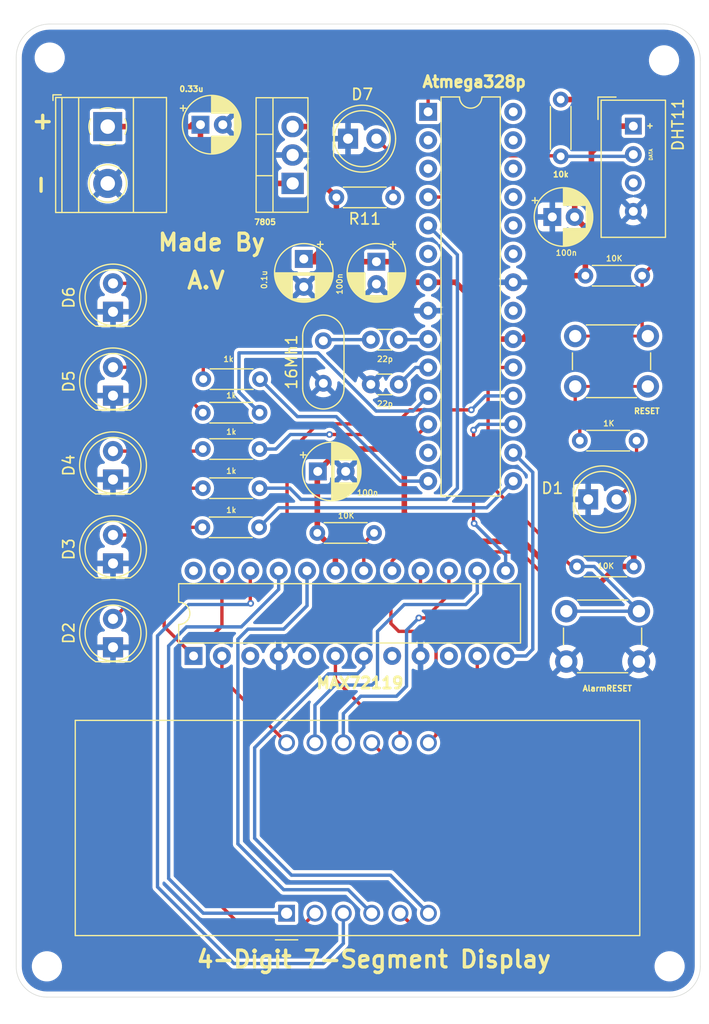
<source format=kicad_pcb>
(kicad_pcb (version 20240108) (generator "pcbnew") (generator_version "8.0")
  (layers (0 "F.Cu" signal) (31 "B.Cu" signal) (35 "F.Paste" user) (36 "B.SilkS" user "B.Silkscreen") (37 "F.SilkS" user "F.Silkscreen") (38 "B.Mask" user) (39 "F.Mask" user) (44 "Edge.Cuts" user))
  (net 0 "")
  (net 2 "Net-(D1-A)")
  (net 7 "RESET")
  (net 11 "Net-(R3-Pad2)")
  (net 15 "GND")
  (net 16 "+5V")
  (net 17 "Net-(U3-ISET)")
  (net 20 "Net-(16Mh1-Pad2)")
  (net 24 "XTAL2")
  (net 25 "XTAL1")
  (net 26 "LOAD")
  (net 27 "CLK")
  (net 28 "DATA")
  (net 29 "DHT DATA")
  (net 31 "Net-(D2-A)")
  (net 32 "Net-(D3-A)")
  (net 33 "Net-(D4-A)")
  (net 34 "Net-(D5-A)")
  (net 35 "Net-(D6-A)")
  (net 36 "LED1")
  (net 37 "LED2")
  (net 38 "LED3")
  (net 39 "LED4")
  (net 40 "AlarmLED")
  (net 41 "ACK")
  (net 42 "Net-(U2-DPX)")
  (net 43 "Net-(U2-CC3)")
  (net 44 "Net-(U2-a)")
  (net 45 "Net-(U2-CC2)")
  (net 46 "Net-(U2-b)")
  (net 47 "Net-(U2-f)")
  (net 48 "Net-(U2-e)")
  (net 49 "Net-(U2-g)")
  (net 50 "Net-(U2-c)")
  (net 51 "Net-(U2-CC1)")
  (net 52 "Net-(U2-d)")
  (net 53 "Net-(U2-CC4)")
  (net 54 "Net-(J1-Pin_2)")
  (net 55 "Net-(D7-A)")
  (footprint "LED_THT:LED_D5.0mm_IRGrey" (layer "F.Cu") (at 86.42 118.725 90)
    (property "Reference" "D4" (at 1.27 -3.96 90) (layer "F.SilkS"))
    (property "Value" "LD271")
    (pad "1" thru_hole rect (at 0 0 90) (size 1.8 1.8) (drill 0.9) (layers "*.Cu" "*.Mask") (net 15 "GND"))
    (pad "2" thru_hole circle (at 2.54 0 90) (size 1.8 1.8) (drill 0.9) (layers "*.Cu" "*.Mask") (net 33 "Net-(D4-A)"))
  )
  (footprint "Resistor_THT:R_Axial_DIN0204_L3.6mm_D1.6mm_P5.08mm_Horizontal" (layer "F.Cu") (at 94.46 112.75)
    (property "Reference" "R8")
    (property "Value" "1K")
    (pad "1" thru_hole circle (at 0 0) (size 1.4 1.4) (drill 0.7) (layers "*.Cu" "*.Mask") (net 34 "Net-(D5-A)"))
    (pad "2" thru_hole oval (at 5.08 0) (size 1.4 1.4) (drill 0.7) (layers "*.Cu" "*.Mask") (net 39 "LED4"))
  )
  (footprint "Resistor_THT:R_Axial_DIN0204_L3.6mm_D1.6mm_P5.08mm_Horizontal" (layer "F.Cu") (at 133.79 100.5 180)
    (property "Reference" "R2")
    (property "Value" "10K")
    (pad "1" thru_hole circle (at 0 0 180) (size 1.4 1.4) (drill 0.7) (layers "*.Cu" "*.Mask") (net 7 "RESET"))
    (pad "2" thru_hole oval (at 5.08 0 180) (size 1.4 1.4) (drill 0.7) (layers "*.Cu" "*.Mask") (net 16 "+5V"))
  )
  (footprint "Capacitor_THT:C_Disc_D3.0mm_W1.6mm_P2.50mm" (layer "F.Cu") (at 109.5 110.22)
    (property "Reference" "C1")
    (property "Value" "22p")
    (pad "1" thru_hole circle (at 0 0) (size 1.6 1.6) (drill 0.8) (layers "*.Cu" "*.Mask") (net 15 "GND"))
    (pad "2" thru_hole circle (at 2.5 0) (size 1.6 1.6) (drill 0.8) (layers "*.Cu" "*.Mask") (net 24 "XTAL2"))
  )
  (footprint "Resistor_THT:R_Axial_DIN0204_L3.6mm_D1.6mm_P5.08mm_Horizontal" (layer "F.Cu") (at 126.5 84.75 -90)
    (property "Reference" "R4")
    (property "Value" "10K")
    (pad "1" thru_hole circle (at 0 0 270) (size 1.4 1.4) (drill 0.7) (layers "*.Cu" "*.Mask") (net 16 "+5V"))
    (pad "2" thru_hole oval (at 5.08 0 270) (size 1.4 1.4) (drill 0.7) (layers "*.Cu" "*.Mask") (net 29 "DHT DATA"))
  )
  (footprint "MountingHole:MountingHole_2.2mm_M2" (layer "F.Cu") (at 80.75 81 90)
    (property "Reference" "H2")
    (property "Value" "MountingHole")
    (pad "" np_thru_hole circle (at 0 0 90) (size 2.2 2.2) (drill 2.2) (layers "*.Cu" "*.Mask"))
  )
  (footprint "Resistor_THT:R_Axial_DIN0204_L3.6mm_D1.6mm_P5.08mm_Horizontal" (layer "F.Cu") (at 94.46 119.5)
    (property "Reference" "R6")
    (property "Value" "1K")
    (pad "1" thru_hole circle (at 0 0) (size 1.4 1.4) (drill 0.7) (layers "*.Cu" "*.Mask") (net 32 "Net-(D3-A)"))
    (pad "2" thru_hole oval (at 5.08 0) (size 1.4 1.4) (drill 0.7) (layers "*.Cu" "*.Mask") (net 37 "LED2"))
  )
  (footprint "TerminalBlock_Phoenix:TerminalBlock_Phoenix_MKDS-1,5-2-5.08_1x02_P5.08mm_Horizontal" (layer "F.Cu") (at 85.945 87.17 -90)
    (property "Reference" "J1")
    (property "Value" "Screw_Terminal_01x02")
    (pad "1" thru_hole rect (at 0 0 270) (size 2.6 2.6) (drill 1.3) (layers "*.Cu" "*.Mask") (net 54 "Net-(J1-Pin_2)"))
    (pad "2" thru_hole circle (at 5.08 0 270) (size 2.6 2.6) (drill 1.3) (layers "*.Cu" "*.Mask") (net 15 "GND"))
  )
  (footprint "Package_DIP:DIP-28_W7.62mm" (layer "F.Cu") (at 114.63 85.85)
    (property "Reference" "U1")
    (property "Value" "ATmega328P-P")
    (pad "1" thru_hole rect (at 0 0) (size 1.6 1.6) (drill 0.8) (layers "*.Cu" "*.Mask") (net 7 "RESET"))
    (pad "2" thru_hole oval (at 0 2.54) (size 1.6 1.6) (drill 0.8) (layers "*.Cu" "*.Mask"))
    (pad "3" thru_hole oval (at 0 5.08) (size 1.6 1.6) (drill 0.8) (layers "*.Cu" "*.Mask"))
    (pad "4" thru_hole oval (at 0 7.62) (size 1.6 1.6) (drill 0.8) (layers "*.Cu" "*.Mask") (net 29 "DHT DATA"))
    (pad "5" thru_hole oval (at 0 10.16) (size 1.6 1.6) (drill 0.8) (layers "*.Cu" "*.Mask") (net 37 "LED2"))
    (pad "6" thru_hole oval (at 0 12.7) (size 1.6 1.6) (drill 0.8) (layers "*.Cu" "*.Mask"))
    (pad "7" thru_hole oval (at 0 15.24) (size 1.6 1.6) (drill 0.8) (layers "*.Cu" "*.Mask") (net 16 "+5V"))
    (pad "8" thru_hole oval (at 0 17.78) (size 1.6 1.6) (drill 0.8) (layers "*.Cu" "*.Mask") (net 15 "GND"))
    (pad "9" thru_hole oval (at 0 20.32) (size 1.6 1.6) (drill 0.8) (layers "*.Cu" "*.Mask") (net 25 "XTAL1"))
    (pad "10" thru_hole oval (at 0 22.86) (size 1.6 1.6) (drill 0.8) (layers "*.Cu" "*.Mask") (net 24 "XTAL2"))
    (pad "11" thru_hole oval (at 0 25.4) (size 1.6 1.6) (drill 0.8) (layers "*.Cu" "*.Mask") (net 39 "LED4"))
    (pad "12" thru_hole oval (at 0 27.94) (size 1.6 1.6) (drill 0.8) (layers "*.Cu" "*.Mask") (net 38 "LED3"))
    (pad "13" thru_hole oval (at 0 30.48) (size 1.6 1.6) (drill 0.8) (layers "*.Cu" "*.Mask"))
    (pad "14" thru_hole oval (at 0 33.02) (size 1.6 1.6) (drill 0.8) (layers "*.Cu" "*.Mask") (net 40 "AlarmLED"))
    (pad "15" thru_hole oval (at 7.62 33.02) (size 1.6 1.6) (drill 0.8) (layers "*.Cu" "*.Mask") (net 36 "LED1"))
    (pad "16" thru_hole oval (at 7.62 30.48) (size 1.6 1.6) (drill 0.8) (layers "*.Cu" "*.Mask") (net 26 "LOAD"))
    (pad "17" thru_hole oval (at 7.62 27.94) (size 1.6 1.6) (drill 0.8) (layers "*.Cu" "*.Mask") (net 27 "CLK"))
    (pad "18" thru_hole oval (at 7.62 25.4) (size 1.6 1.6) (drill 0.8) (layers "*.Cu" "*.Mask") (net 28 "DATA"))
    (pad "19" thru_hole oval (at 7.62 22.86) (size 1.6 1.6) (drill 0.8) (layers "*.Cu" "*.Mask") (net 41 "ACK"))
    (pad "20" thru_hole oval (at 7.62 20.32) (size 1.6 1.6) (drill 0.8) (layers "*.Cu" "*.Mask") (net 16 "+5V"))
    (pad "21" thru_hole oval (at 7.62 17.78) (size 1.6 1.6) (drill 0.8) (layers "*.Cu" "*.Mask"))
    (pad "22" thru_hole oval (at 7.62 15.24) (size 1.6 1.6) (drill 0.8) (layers "*.Cu" "*.Mask") (net 15 "GND"))
    (pad "23" thru_hole oval (at 7.62 12.7) (size 1.6 1.6) (drill 0.8) (layers "*.Cu" "*.Mask"))
    (pad "24" thru_hole oval (at 7.62 10.16) (size 1.6 1.6) (drill 0.8) (layers "*.Cu" "*.Mask"))
    (pad "25" thru_hole oval (at 7.62 7.62) (size 1.6 1.6) (drill 0.8) (layers "*.Cu" "*.Mask"))
    (pad "26" thru_hole oval (at 7.62 5.08) (size 1.6 1.6) (drill 0.8) (layers "*.Cu" "*.Mask"))
    (pad "27" thru_hole oval (at 7.62 2.54) (size 1.6 1.6) (drill 0.8) (layers "*.Cu" "*.Mask"))
    (pad "28" thru_hole oval (at 7.62 0) (size 1.6 1.6) (drill 0.8) (layers "*.Cu" "*.Mask"))
  )
  (footprint "Resistor_THT:R_Axial_DIN0204_L3.6mm_D1.6mm_P5.08mm_Horizontal" (layer "F.Cu") (at 94.46 116)
    (property "Reference" "R7")
    (property "Value" "1K")
    (pad "1" thru_hole circle (at 0 0) (size 1.4 1.4) (drill 0.7) (layers "*.Cu" "*.Mask") (net 33 "Net-(D4-A)"))
    (pad "2" thru_hole oval (at 5.08 0) (size 1.4 1.4) (drill 0.7) (layers "*.Cu" "*.Mask") (net 38 "LED3"))
  )
  (footprint "Capacitor_THT:CP_Radial_D5.0mm_P2.50mm" (layer "F.Cu") (at 104.75 118)
    (property "Reference" "C5")
    (property "Value" "100n")
    (pad "1" thru_hole rect (at 0 0) (size 1.6 1.6) (drill 0.8) (layers "*.Cu" "*.Mask") (net 16 "+5V"))
    (pad "2" thru_hole circle (at 2.5 0) (size 1.6 1.6) (drill 0.8) (layers "*.Cu" "*.Mask") (net 15 "GND"))
  )
  (footprint "LED_THT:LED_D5.0mm_IRGrey" (layer "F.Cu") (at 86.42 126.225 90)
    (property "Reference" "D3" (at 1.27 -3.96 90) (layer "F.SilkS"))
    (property "Value" "LD271")
    (pad "1" thru_hole rect (at 0 0 90) (size 1.8 1.8) (drill 0.9) (layers "*.Cu" "*.Mask") (net 15 "GND"))
    (pad "2" thru_hole circle (at 2.54 0 90) (size 1.8 1.8) (drill 0.9) (layers "*.Cu" "*.Mask") (net 32 "Net-(D3-A)"))
  )
  (footprint "Capacitor_THT:CP_Radial_D5.0mm_P2.00mm" (layer "F.Cu") (at 110 99.25 -90)
    (property "Reference" "C4")
    (property "Value" "100n")
    (pad "1" thru_hole rect (at 0 0 270) (size 1.6 1.6) (drill 0.8) (layers "*.Cu" "*.Mask") (net 16 "+5V"))
    (pad "2" thru_hole circle (at 2 0 270) (size 1.6 1.6) (drill 0.8) (layers "*.Cu" "*.Mask") (net 15 "GND"))
  )
  (footprint "Crystal:Crystal_HC52-8mm_Vertical" (layer "F.Cu") (at 105.25 110.12 90)
    (property "Reference" "16Mh1" (at 1.9 -2.85 90) (layer "F.SilkS"))
    (property "Value" "16Mhz")
    (pad "1" thru_hole circle (at 0 0 90) (size 1.5 1.5) (drill 0.8) (layers "*.Cu" "*.Mask") (net 15 "GND"))
    (pad "2" thru_hole circle (at 3.8 0 90) (size 1.5 1.5) (drill 0.8) (layers "*.Cu" "*.Mask") (net 20 "Net-(16Mh1-Pad2)"))
  )
  (footprint "Sensor:Aosong_DHT11_5.5x12.0_P2.54mm" (layer "F.Cu") (at 133 87.13)
    (property "Reference" "U4")
    (property "Value" "DHT11")
    (pad "1" thru_hole rect (at 0 0) (size 1.5 1.5) (drill 0.8) (layers "*.Cu" "*.Mask") (net 16 "+5V"))
    (pad "2" thru_hole circle (at 0 2.54) (size 1.5 1.5) (drill 0.8) (layers "*.Cu" "*.Mask") (net 29 "DHT DATA"))
    (pad "3" thru_hole circle (at 0 5.08) (size 1.5 1.5) (drill 0.8) (layers "*.Cu" "*.Mask"))
    (pad "4" thru_hole circle (at 0 7.62) (size 1.5 1.5) (drill 0.8) (layers "*.Cu" "*.Mask") (net 15 "GND"))
  )
  (footprint "LED_THT:LED_D5.0mm_IRGrey" (layer "F.Cu") (at 86.42 103.725 90)
    (property "Reference" "D6" (at 1.27 -3.96 90) (layer "F.SilkS"))
    (property "Value" "LD271")
    (pad "1" thru_hole rect (at 0 0 90) (size 1.8 1.8) (drill 0.9) (layers "*.Cu" "*.Mask") (net 15 "GND"))
    (pad "2" thru_hole circle (at 2.54 0 90) (size 1.8 1.8) (drill 0.9) (layers "*.Cu" "*.Mask") (net 35 "Net-(D6-A)"))
  )
  (footprint "LED_THT:LED_D5.0mm_IRGrey" (layer "F.Cu") (at 86.42 133.725 90)
    (property "Reference" "D2" (at 1.27 -3.96 90) (layer "F.SilkS"))
    (property "Value" "LD271")
    (pad "1" thru_hole rect (at 0 0 90) (size 1.8 1.8) (drill 0.9) (layers "*.Cu" "*.Mask") (net 15 "GND"))
    (pad "2" thru_hole circle (at 2.54 0 90) (size 1.8 1.8) (drill 0.9) (layers "*.Cu" "*.Mask") (net 31 "Net-(D2-A)"))
  )
  (footprint "MountingHole:MountingHole_2.2mm_M2" (layer "F.Cu") (at 135.75 81.25 90)
    (property "Reference" "H4")
    (property "Value" "MountingHole")
    (pad "" np_thru_hole circle (at 0 0 90) (size 2.2 2.2) (drill 2.2) (layers "*.Cu" "*.Mask"))
  )
  (footprint "Resistor_THT:R_Axial_DIN0204_L3.6mm_D1.6mm_P5.08mm_Horizontal" (layer "F.Cu") (at 111.5 93.5 180)
    (property "Reference" "R11" (at 2.54 -1.92 0) (layer "F.SilkS"))
    (property "Value" "10K")
    (pad "1" thru_hole circle (at 0 0 180) (size 1.4 1.4) (drill 0.7) (layers "*.Cu" "*.Mask") (net 55 "Net-(D7-A)"))
    (pad "2" thru_hole oval (at 5.08 0 180) (size 1.4 1.4) (drill 0.7) (layers "*.Cu" "*.Mask") (net 16 "+5V"))
  )
  (footprint "Package_TO_SOT_THT:TO-220-3_Vertical" (layer "F.Cu") (at 102.5 92.25 90)
    (property "Reference" "U5")
    (property "Value" "LM7805_TO220")
    (pad "1" thru_hole rect (at 0 0 90) (size 1.905 2) (drill 1.1) (layers "*.Cu" "*.Mask") (net 54 "Net-(J1-Pin_2)"))
    (pad "2" thru_hole oval (at 2.54 0 90) (size 1.905 2) (drill 1.1) (layers "*.Cu" "*.Mask") (net 15 "GND"))
    (pad "3" thru_hole oval (at 5.08 0 90) (size 1.905 2) (drill 1.1) (layers "*.Cu" "*.Mask") (net 16 "+5V"))
  )
  (footprint "Capacitor_THT:CP_Radial_D5.0mm_P2.50mm" (layer "F.Cu") (at 103.5 99 -90)
    (property "Reference" "C7")
    (property "Value" "0.1u")
    (pad "1" thru_hole rect (at 0 0 270) (size 1.6 1.6) (drill 0.8) (layers "*.Cu" "*.Mask") (net 16 "+5V"))
    (pad "2" thru_hole circle (at 2.5 0 270) (size 1.6 1.6) (drill 0.8) (layers "*.Cu" "*.Mask") (net 15 "GND"))
  )
  (footprint "Resistor_THT:R_Axial_DIN0204_L3.6mm_D1.6mm_P5.08mm_Horizontal" (layer "F.Cu") (at 94.5 109.75)
    (property "Reference" "R9")
    (property "Value" "1K")
    (pad "1" thru_hole circle (at 0 0) (size 1.4 1.4) (drill 0.7) (layers "*.Cu" "*.Mask") (net 35 "Net-(D6-A)"))
    (pad "2" thru_hole oval (at 5.08 0) (size 1.4 1.4) (drill 0.7) (layers "*.Cu" "*.Mask") (net 40 "AlarmLED"))
  )
  (footprint "LED_THT:LED_D5.0mm_IRGrey" (layer "F.Cu") (at 107.46 88.25)
    (property "Reference" "D7" (at 1.27 -3.96 0) (layer "F.SilkS"))
    (property "Value" "LD271")
    (pad "1" thru_hole rect (at 0 0) (size 1.8 1.8) (drill 0.9) (layers "*.Cu" "*.Mask") (net 15 "GND"))
    (pad "2" thru_hole circle (at 2.54 0) (size 1.8 1.8) (drill 0.9) (layers "*.Cu" "*.Mask") (net 55 "Net-(D7-A)"))
  )
  (footprint "Package_DIP:DIP-24_W7.62mm" (layer "F.Cu") (at 93.63 134.5 90)
    (property "Reference" "U3")
    (property "Value" "MAX7221xNG")
    (pad "1" thru_hole rect (at 0 0 90) (size 1.6 1.6) (drill 0.8) (layers "*.Cu" "*.Mask") (net 28 "DATA"))
    (pad "2" thru_hole oval (at 0 2.54 90) (size 1.6 1.6) (drill 0.8) (layers "*.Cu" "*.Mask") (net 51 "Net-(U2-CC1)"))
    (pad "3" thru_hole oval (at 0 5.08 90) (size 1.6 1.6) (drill 0.8) (layers "*.Cu" "*.Mask"))
    (pad "4" thru_hole oval (at 0 7.62 90) (size 1.6 1.6) (drill 0.8) (layers "*.Cu" "*.Mask") (net 15 "GND"))
    (pad "5" thru_hole oval (at 0 10.16 90) (size 1.6 1.6) (drill 0.8) (layers "*.Cu" "*.Mask"))
    (pad "6" thru_hole oval (at 0 12.7 90) (size 1.6 1.6) (drill 0.8) (layers "*.Cu" "*.Mask") (net 43 "Net-(U2-CC3)"))
    (pad "7" thru_hole oval (at 0 15.24 90) (size 1.6 1.6) (drill 0.8) (layers "*.Cu" "*.Mask") (net 53 "Net-(U2-CC4)"))
    (pad "8" thru_hole oval (at 0 17.78 90) (size 1.6 1.6) (drill 0.8) (layers "*.Cu" "*.Mask"))
    (pad "9" thru_hole oval (at 0 20.32 90) (size 1.6 1.6) (drill 0.8) (layers "*.Cu" "*.Mask") (net 15 "GND"))
    (pad "10" thru_hole oval (at 0 22.86 90) (size 1.6 1.6) (drill 0.8) (layers "*.Cu" "*.Mask"))
    (pad "11" thru_hole oval (at 0 25.4 90) (size 1.6 1.6) (drill 0.8) (layers "*.Cu" "*.Mask") (net 45 "Net-(U2-CC2)"))
    (pad "12" thru_hole oval (at 0 27.94 90) (size 1.6 1.6) (drill 0.8) (layers "*.Cu" "*.Mask") (net 26 "LOAD"))
    (pad "13" thru_hole oval (at 7.62 27.94 90) (size 1.6 1.6) (drill 0.8) (layers "*.Cu" "*.Mask") (net 27 "CLK"))
    (pad "14" thru_hole oval (at 7.62 25.4 90) (size 1.6 1.6) (drill 0.8) (layers "*.Cu" "*.Mask") (net 44 "Net-(U2-a)"))
    (pad "15" thru_hole oval (at 7.62 22.86 90) (size 1.6 1.6) (drill 0.8) (layers "*.Cu" "*.Mask") (net 47 "Net-(U2-f)"))
    (pad "16" thru_hole oval (at 7.62 20.32 90) (size 1.6 1.6) (drill 0.8) (layers "*.Cu" "*.Mask") (net 46 "Net-(U2-b)"))
    (pad "17" thru_hole oval (at 7.62 17.78 90) (size 1.6 1.6) (drill 0.8) (layers "*.Cu" "*.Mask") (net 49 "Net-(U2-g)"))
    (pad "18" thru_hole oval (at 7.62 15.24 90) (size 1.6 1.6) (drill 0.8) (layers "*.Cu" "*.Mask") (net 17 "Net-(U3-ISET)"))
    (pad "19" thru_hole oval (at 7.62 12.7 90) (size 1.6 1.6) (drill 0.8) (layers "*.Cu" "*.Mask") (net 16 "+5V"))
    (pad "20" thru_hole oval (at 7.62 10.16 90) (size 1.6 1.6) (drill 0.8) (layers "*.Cu" "*.Mask") (net 50 "Net-(U2-c)"))
    (pad "21" thru_hole oval (at 7.62 7.62 90) (size 1.6 1.6) (drill 0.8) (layers "*.Cu" "*.Mask") (net 48 "Net-(U2-e)"))
    (pad "22" thru_hole oval (at 7.62 5.08 90) (size 1.6 1.6) (drill 0.8) (layers "*.Cu" "*.Mask") (net 42 "Net-(U2-DPX)"))
    (pad "23" thru_hole oval (at 7.62 2.54 90) (size 1.6 1.6) (drill 0.8) (layers "*.Cu" "*.Mask") (net 52 "Net-(U2-d)"))
    (pad "24" thru_hole oval (at 7.62 0 90) (size 1.6 1.6) (drill 0.8) (layers "*.Cu" "*.Mask"))
  )
  (footprint "LED_THT:LED_D5.0mm_IRGrey" (layer "F.Cu") (at 86.42 111.225 90)
    (property "Reference" "D5" (at 1.27 -3.96 90) (layer "F.SilkS"))
    (property "Value" "LD271")
    (pad "1" thru_hole rect (at 0 0 90) (size 1.8 1.8) (drill 0.9) (layers "*.Cu" "*.Mask") (net 15 "GND"))
    (pad "2" thru_hole circle (at 2.54 0 90) (size 1.8 1.8) (drill 0.9) (layers "*.Cu" "*.Mask") (net 34 "Net-(D5-A)"))
  )
  (footprint "MountingHole:MountingHole_2.2mm_M2" (layer "F.Cu") (at 80.5 162.25 90)
    (property "Reference" "H1")
    (property "Value" "MountingHole")
    (pad "" np_thru_hole circle (at 0 0 90) (size 2.2 2.2) (drill 2.2) (layers "*.Cu" "*.Mask"))
  )
  (footprint "Capacitor_THT:CP_Radial_D5.0mm_P2.00mm" (layer "F.Cu") (at 94.25 87)
    (property "Reference" "C6")
    (property "Value" "0.33u")
    (pad "1" thru_hole rect (at 0 0) (size 1.6 1.6) (drill 0.8) (layers "*.Cu" "*.Mask") (net 54 "Net-(J1-Pin_2)"))
    (pad "2" thru_hole circle (at 2 0) (size 1.6 1.6) (drill 0.8) (layers "*.Cu" "*.Mask") (net 15 "GND"))
  )
  (footprint "Capacitor_THT:CP_Radial_D5.0mm_P2.00mm" (layer "F.Cu") (at 125.75 95.25)
    (property "Reference" "C3")
    (property "Value" "100n")
    (pad "1" thru_hole rect (at 0 0) (size 1.6 1.6) (drill 0.8) (layers "*.Cu" "*.Mask") (net 15 "GND"))
    (pad "2" thru_hole circle (at 2 0) (size 1.6 1.6) (drill 0.8) (layers "*.Cu" "*.Mask") (net 16 "+5V"))
  )
  (footprint "Button_Switch_THT:SW_PUSH_6mm" (layer "F.Cu") (at 133.5 135 180)
    (property "Reference" "AlarmRESET1")
    (property "Value" "SW_Push")
    (pad "1" thru_hole circle (at 0 0 270) (size 2 2) (drill 1.1) (layers "*.Cu" "*.Mask") (net 15 "GND"))
    (pad "1" thru_hole circle (at 6.5 0 270) (size 2 2) (drill 1.1) (layers "*.Cu" "*.Mask") (net 15 "GND"))
    (pad "2" thru_hole circle (at 0 4.5 270) (size 2 2) (drill 1.1) (layers "*.Cu" "*.Mask") (net 41 "ACK"))
    (pad "2" thru_hole circle (at 6.5 4.5 270) (size 2 2) (drill 1.1) (layers "*.Cu" "*.Mask") (net 41 "ACK"))
  )
  (footprint "Resistor_THT:R_Axial_DIN0204_L3.6mm_D1.6mm_P5.08mm_Horizontal" (layer "F.Cu") (at 104.71 123.5)
    (property "Reference" "R1")
    (property "Value" "10K")
    (pad "1" thru_hole circle (at 0 0) (size 1.4 1.4) (drill 0.7) (layers "*.Cu" "*.Mask") (net 16 "+5V"))
    (pad "2" thru_hole oval (at 5.08 0) (size 1.4 1.4) (drill 0.7) (layers "*.Cu" "*.Mask") (net 17 "Net-(U3-ISET)"))
  )
  (footprint "Button_Switch_THT:SW_PUSH_6mm" (layer "F.Cu") (at 134.3 110.4 180)
    (property "Reference" "RESET1")
    (property "Value" "SW_Push")
    (pad "1" thru_hole circle (at 0 0 270) (size 2 2) (drill 1.1) (layers "*.Cu" "*.Mask") (net 11 "Net-(R3-Pad2)"))
    (pad "1" thru_hole circle (at 6.5 0 270) (size 2 2) (drill 1.1) (layers "*.Cu" "*.Mask") (net 11 "Net-(R3-Pad2)"))
    (pad "2" thru_hole circle (at 0 4.5 270) (size 2 2) (drill 1.1) (layers "*.Cu" "*.Mask") (net 7 "RESET"))
    (pad "2" thru_hole circle (at 6.5 4.5 270) (size 2 2) (drill 1.1) (layers "*.Cu" "*.Mask") (net 7 "RESET"))
  )
  (footprint "LED_THT:LED_D5.0mm_IRGrey" (layer "F.Cu") (at 128.96 120.5)
    (property "Reference" "D1" (at -3.21 -1 0) (layer "F.SilkS"))
    (property "Value" "LD271")
    (pad "1" thru_hole rect (at 0 0) (size 1.8 1.8) (drill 0.9) (layers "*.Cu" "*.Mask") (net 15 "GND"))
    (pad "2" thru_hole circle (at 2.54 0) (size 1.8 1.8) (drill 0.9) (layers "*.Cu" "*.Mask") (net 2 "Net-(D1-A)"))
  )
  (footprint "Capacitor_THT:C_Disc_D3.0mm_W1.6mm_P2.50mm" (layer "F.Cu") (at 112 106.22 180)
    (property "Reference" "C2")
    (property "Value" "22p")
    (pad "1" thru_hole circle (at 0 0 180) (size 1.6 1.6) (drill 0.8) (layers "*.Cu" "*.Mask") (net 25 "XTAL1"))
    (pad "2" thru_hole circle (at 2.5 0 180) (size 1.6 1.6) (drill 0.8) (layers "*.Cu" "*.Mask") (net 20 "Net-(16Mh1-Pad2)"))
  )
  (footprint "Resistor_THT:R_Axial_DIN0204_L3.6mm_D1.6mm_P5.08mm_Horizontal" (layer "F.Cu") (at 127.96 126.5)
    (property "Reference" "R10")
    (property "Value" "10K")
    (pad "1" thru_hole circle (at 0 0) (size 1.4 1.4) (drill 0.7) (layers "*.Cu" "*.Mask") (net 41 "ACK"))
    (pad "2" thru_hole oval (at 5.08 0) (size 1.4 1.4) (drill 0.7) (layers "*.Cu" "*.Mask") (net 16 "+5V"))
  )
  (footprint "Resistor_THT:R_Axial_DIN0204_L3.6mm_D1.6mm_P5.08mm_Horizontal" (layer "F.Cu") (at 94.42 123)
    (property "Reference" "R5")
    (property "Value" "1K")
    (pad "1" thru_hole circle (at 0 0) (size 1.4 1.4) (drill 0.7) (layers "*.Cu" "*.Mask") (net 31 "Net-(D2-A)"))
    (pad "2" thru_hole oval (at 5.08 0) (size 1.4 1.4) (drill 0.7) (layers "*.Cu" "*.Mask") (net 36 "LED1"))
  )
  (footprint "Resistor_THT:R_Axial_DIN0204_L3.6mm_D1.6mm_P5.08mm_Horizontal" (layer "F.Cu") (at 133.29 115.25 180)
    (property "Reference" "R3")
    (property "Value" "1K")
    (pad "1" thru_hole circle (at 0 0 180) (size 1.4 1.4) (drill 0.7) (layers "*.Cu" "*.Mask") (net 2 "Net-(D1-A)"))
    (pad "2" thru_hole oval (at 5.08 0 180) (size 1.4 1.4) (drill 0.7) (layers "*.Cu" "*.Mask") (net 11 "Net-(R3-Pad2)"))
  )
  (footprint "Display_7Segment:CA56-12SURKWA" (layer "F.Cu") (at 101.96 157.5 90)
    (property "Reference" "U2")
    (property "Value" "CC56-12SURKWA")
    (pad "1" thru_hole rect (at 0 0 90) (size 1.5 1.5) (drill 1) (layers "*.Cu" "*.Mask") (net 48 "Net-(U2-e)"))
    (pad "2" thru_hole circle (at 0 2.54 90) (size 1.5 1.5) (drill 1) (layers "*.Cu" "*.Mask") (net 52 "Net-(U2-d)"))
    (pad "3" thru_hole circle (at 0 5.08 90) (size 1.5 1.5) (drill 1) (layers "*.Cu" "*.Mask") (net 42 "Net-(U2-DPX)"))
    (pad "4" thru_hole circle (at 0 7.62 90) (size 1.5 1.5) (drill 1) (layers "*.Cu" "*.Mask") (net 50 "Net-(U2-c)"))
    (pad "5" thru_hole circle (at 0 10.16 90) (size 1.5 1.5) (drill 1) (layers "*.Cu" "*.Mask") (net 49 "Net-(U2-g)"))
    (pad "6" thru_hole circle (at 0 12.7 90) (size 1.5 1.5) (drill 1) (layers "*.Cu" "*.Mask") (net 53 "Net-(U2-CC4)"))
    (pad "7" thru_hole circle (at 15.24 12.7 90) (size 1.5 1.5) (drill 1) (layers "*.Cu" "*.Mask") (net 46 "Net-(U2-b)"))
    (pad "8" thru_hole circle (at 15.24 10.16 90) (size 1.5 1.5) (drill 1) (layers "*.Cu" "*.Mask") (net 43 "Net-(U2-CC3)"))
    (pad "9" thru_hole circle (at 15.24 7.62 90) (size 1.5 1.5) (drill 1) (layers "*.Cu" "*.Mask") (net 45 "Net-(U2-CC2)"))
    (pad "10" thru_hole circle (at 15.24 5.08 90) (size 1.5 1.5) (drill 1) (layers "*.Cu" "*.Mask") (net 47 "Net-(U2-f)"))
    (pad "11" thru_hole circle (at 15.24 2.54 90) (size 1.5 1.5) (drill 1) (layers "*.Cu" "*.Mask") (net 44 "Net-(U2-a)"))
    (pad "12" thru_hole circle (at 15.24 0 90) (size 1.5 1.5) (drill 1) (layers "*.Cu" "*.Mask") (net 51 "Net-(U2-CC1)"))
  )
  (footprint "MountingHole:MountingHole_2.2mm_M2" (layer "B.Cu") (at 136.25 162.25 90)
    (property "Reference" "H3")
    (property "Value" "MountingHole")
    (pad "" np_thru_hole circle (at 0 0 90) (size 2.2 2.2) (drill 2.2) (layers "*.Cu" "*.Mask"))
  )
  (gr_line (start 139 162.25) (end 139 81.25) (stroke (width 0.05)) (layer "Edge.Cuts"))
  (gr_arc (start 77.75 81) (mid 78.62868 78.87868) (end 80.75 78) (stroke (width 0.05)) (layer "Edge.Cuts"))
  (gr_arc (start 80.5 165) (mid 78.555456 164.194544) (end 77.75 162.25) (stroke (width 0.05)) (layer "Edge.Cuts"))
  (gr_line (start 77.75 81) (end 77.75 162.25) (stroke (width 0.05)) (layer "Edge.Cuts"))
  (gr_arc (start 135.75 78) (mid 138.048097 78.951903) (end 139 81.25) (stroke (width 0.05)) (layer "Edge.Cuts"))
  (gr_line (start 135.75 78) (end 80.75 78) (stroke (width 0.05)) (layer "Edge.Cuts"))
  (gr_arc (start 139 162.25) (mid 138.194544 164.194544) (end 136.25 165) (stroke (width 0.05)) (layer "Edge.Cuts"))
  (gr_line (start 80.5 165) (end 136.25 165) (stroke (width 0.05)) (layer "Edge.Cuts"))
  (gr_text "22p\n" (at 110 108.25 0) (layer "F.SilkS") (effects (font (size 0.5 0.5) (thickness 0.1) (bold yes)) (justify left bottom)))
  (gr_text "MAX72119" (at 104.5 137.5 0) (layer "F.SilkS") (effects (font (size 1 1) (thickness 0.25) (bold yes)) (justify left bottom)))
  (gr_text "7805\n" (at 99 96 0) (layer "F.SilkS") (effects (font (size 0.5 0.5) (thickness 0.125) (bold yes)) (justify left bottom)))
  (gr_text "10K\n" (at 129.75 126.75 0) (layer "F.SilkS") (effects (font (size 0.5 0.5) (thickness 0.1) (bold yes)) (justify left bottom)))
  (gr_text "22p\n" (at 110 112.25 0) (layer "F.SilkS") (effects (font (size 0.5 0.5) (thickness 0.1) (bold yes)) (justify left bottom)))
  (gr_text "1k\n" (at 96.5 111.5 0) (layer "F.SilkS") (effects (font (size 0.5 0.5) (thickness 0.1) (bold yes)) (justify left bottom)))
  (gr_text "RESET\n" (at 133 112.9 0) (layer "F.SilkS") (effects (font (size 0.5 0.5) (thickness 0.125) (bold yes)) (justify left bottom)))
  (gr_text "+" (at 134.75 87.5 90) (layer "F.SilkS") (effects (font (size 0.5 0.5) (thickness 0.125) (bold yes)) (justify left bottom)))
  (gr_text "100n" (at 107 102.25 90) (layer "F.SilkS") (effects (font (size 0.5 0.5) (thickness 0.1) (bold yes)) (justify left bottom)))
  (gr_text "10K\n" (at 106.5 122.25 0) (layer "F.SilkS") (effects (font (size 0.5 0.5) (thickness 0.1) (bold yes)) (justify left bottom)))
  (gr_text "-" (at 80.75 93.5 90) (layer "F.SilkS") (effects (font (size 1.5 1.5) (thickness 0.3) (bold yes)) (justify left bottom)))
  (gr_text "+" (at 79 87.5 0) (layer "F.SilkS") (effects (font (size 1.5 1.5) (thickness 0.3) (bold yes)) (justify left bottom)))
  (gr_text "10k\n\n" (at 125.75 92.54 0) (layer "F.SilkS") (effects (font (size 0.5 0.5) (thickness 0.125) (bold yes)) (justify left bottom)))
  (gr_text "AlarmRESET\n" (at 128.4 137.7 0) (layer "F.SilkS") (effects (font (size 0.5 0.5) (thickness 0.125) (bold yes)) (justify left bottom)))
  (gr_text "1k\n" (at 96.5 118.25 0) (layer "F.SilkS") (effects (font (size 0.5 0.5) (thickness 0.1) (bold yes)) (justify left bottom)))
  (gr_text "1K\n" (at 130.25 114 0) (layer "F.SilkS") (effects (font (size 0.5 0.5) (thickness 0.1) (bold yes)) (justify left bottom)))
  (gr_text "Made By\n" (at 90.3 98.4 0) (layer "F.SilkS") (effects (font (size 1.5 1.5) (thickness 0.3) (bold yes)) (justify left bottom)))
  (gr_text "1k\n" (at 96.5 121.75 0) (layer "F.SilkS") (effects (font (size 0.5 0.5) (thickness 0.1) (bold yes)) (justify left bottom)))
  (gr_text "0.1u\n" (at 100.25 101.75 90) (layer "F.SilkS") (effects (font (size 0.5 0.5) (thickness 0.1) (bold yes)) (justify left bottom)))
  (gr_text "100n\n" (at 108.2 120.2 0) (layer "F.SilkS") (effects (font (size 0.5 0.5) (thickness 0.1) (bold yes)) (justify left bottom)))
  (gr_text "10K\n" (at 130.5 99.25 0) (layer "F.SilkS") (effects (font (size 0.5 0.5) (thickness 0.1) (bold yes)) (justify left bottom)))
  (gr_text "A.V" (at 92.9 101.8 0) (layer "F.SilkS") (effects (font (size 1.5 1.5) (thickness 0.3) (bold yes)) (justify left bottom)))
  (gr_text "1k\n" (at 96.5 114.75 0) (layer "F.SilkS") (effects (font (size 0.5 0.5) (thickness 0.1) (bold yes)) (justify left bottom)))
  (gr_text "Atmega328p" (at 114 83.75 0) (layer "F.SilkS") (effects (font (size 1 1) (thickness 0.25) (bold yes)) (justify left bottom)))
  (gr_text "1k\n" (at 96.25 108.25 0) (layer "F.SilkS") (effects (font (size 0.5 0.5) (thickness 0.1) (bold yes)) (justify left bottom)))
  (gr_text "DHT11" (at 137 87 90) (layer "F.SilkS") (effects (font (size 1 1))))
  (gr_text "0.33u\n" (at 92.3 84.1 0) (layer "F.SilkS") (effects (font (size 0.5 0.5) (thickness 0.125) (bold yes)) (justify left bottom)))
  (gr_text "100n" (at 126 98.75 0) (layer "F.SilkS") (effects (font (size 0.5 0.5) (thickness 0.1) (bold yes)) (justify left bottom)))
  (gr_text "4-Digit 7-Segment Display\n" (at 93.75 162.5 0) (layer "F.SilkS") (effects (font (size 1.5 1.5) (thickness 0.3) (bold yes)) (justify left bottom)))
  (gr_text "DATA" (at 134.75 90.25 90) (layer "F.SilkS") (effects (font (size 0.3 0.3) (thickness 0.075) (bold yes)) (justify left bottom)))
  (segment (start 133.29 115.25) (end 133.29 118.71) (width 0.3) (layer "F.Cu") (net 2))
  (segment (start 133.29 118.71) (end 131.5 120.5) (width 0.3) (layer "F.Cu") (net 2))
  (segment (start 114.63 85.85) (end 114.63 84.12) (width 0.3) (layer "F.Cu") (net 7))
  (segment (start 114.63 84.12) (end 117.25 81.5) (width 0.3) (layer "F.Cu") (net 7))
  (segment (start 135.25 85.5) (end 135.25 99.04) (width 0.3) (layer "F.Cu") (net 7))
  (segment (start 134.3 105.9) (end 133.79 105.39) (width 0.3) (layer "F.Cu") (net 7))
  (segment (start 117.25 81.5) (end 131.25 81.5) (width 0.3) (layer "F.Cu") (net 7))
  (segment (start 133.79 105.39) (end 133.79 100.5) (width 0.3) (layer "F.Cu") (net 7))
  (segment (start 131.25 81.5) (end 135.25 85.5) (width 0.3) (layer "F.Cu") (net 7))
  (segment (start 127.8 105.9) (end 134.3 105.9) (width 0.25) (layer "F.Cu") (net 7))
  (segment (start 135.25 99.04) (end 133.79 100.5) (width 0.3) (layer "F.Cu") (net 7))
  (segment (start 128.21 115.25) (end 128.21 113.01) (width 0.3) (layer "F.Cu") (net 11))
  (segment (start 128.21 113.01) (end 127.8 112.6) (width 0.3) (layer "F.Cu") (net 11))
  (segment (start 134.3 110.4) (end 127.8 110.4) (width 0.25) (layer "F.Cu") (net 11))
  (segment (start 127.8 112.6) (end 127.8 110.4) (width 0.3) (layer "F.Cu") (net 11))
  (segment (start 113.8 134.5) (end 113.9 134.6) (width 0.25) (layer "B.Cu") (net 15))
  (segment (start 105.85 129.9) (end 109 129.9) (width 0.25) (layer "B.Cu") (net 15))
  (segment (start 113.95 134.5) (end 113.8 134.5) (width 0.25) (layer "B.Cu") (net 15))
  (segment (start 101.25 134.5) (end 105.85 129.9) (width 0.25) (layer "B.Cu") (net 15))
  (segment (start 113.9 134.6) (end 113.9 137.9) (width 0.25) (layer "B.Cu") (net 15))
  (segment (start 129.25 89.5) (end 131.62 87.13) (width 0.5) (layer "F.Cu") (net 16))
  (segment (start 117.09 101.09) (end 118.25 102.25) (width 0.5) (layer "F.Cu") (net 16))
  (segment (start 127.75 92.25) (end 129.25 90.75) (width 0.5) (layer "F.Cu") (net 16))
  (segment (start 133.04 125.54) (end 133.04 126.5) (width 0.5) (layer "F.Cu") (net 16))
  (segment (start 106.33 126.88) (end 106.33 125.12) (width 0.5) (layer "F.Cu") (net 16))
  (segment (start 128.71 96.21) (end 127.75 95.25) (width 0.5) (layer "F.Cu") (net 16))
  (segment (start 129.25 86.25) (end 129.25 89.5) (width 0.5) (layer "F.Cu") (net 16))
  (segment (start 122.25 106.17) (end 123.08 106.17) (width 0.5) (layer "F.Cu") (net 16))
  (segment (start 106.42 96.83) (end 104.25 99) (width 0.5) (layer "F.Cu") (net 16))
  (segment (start 120.67 106.17) (end 122.25 106.17) (width 0.5) (layer "F.Cu") (net 16))
  (segment (start 129.25 90.75) (end 129.25 89.5) (width 0.5) (layer "F.Cu") (net 16))
  (segment (start 131.62 87.13) (end 133 87.13) (width 0.5) (layer "F.Cu") (net 16))
  (segment (start 126.5 84.75) (end 127.75 84.75) (width 0.5) (layer "F.Cu") (net 16))
  (segment (start 113.34 101.09) (end 111.5 99.25) (width 0.5) (layer "F.Cu") (net 16))
  (segment (start 129.8 128.2) (end 131.5 126.5) (width 0.5) (layer "F.Cu") (net 16))
  (segment (start 132.5 125) (end 133.04 125.54) (width 0.5) (layer "F.Cu") (net 16))
  (segment (start 106.75 116) (end 111.25 116) (width 0.5) (layer "F.Cu") (net 16))
  (segment (start 103.75 99.25) (end 103.5 99) (width 0.5) (layer "F.Cu") (net 16))
  (segment (start 106.42 93.5) (end 106.42 96.83) (width 0.5) (layer "F.Cu") (net 16))
  (segment (start 123.42 106.17) (end 125 107.75) (width 0.5) (layer "F.Cu") (net 16))
  (segment (start 111.25 116) (end 112.5 117.25) (width 0.5) (layer "F.Cu") (net 16))
  (segment (start 127.75 84.75) (end 129.25 86.25) (width 0.5) (layer "F.Cu") (net 16))
  (segment (start 131.5 126.5) (end 133.04 126.5) (width 0.5) (layer "F.Cu") (net 16))
  (segment (start 112.5 117.25) (end 112.5 121.75) (width 0.5) (layer "F.Cu") (net 16))
  (segment (start 128.71 100.5) (end 128.71 96.21) (width 0.5) (layer "F.Cu") (net 16))
  (segment (start 104.75 91.83) (end 104.75 88) (width 0.5) (layer "F.Cu") (net 16))
  (segment (start 125 107.75) (end 125 122.1) (width 0.5) (layer "F.Cu") (net 16))
  (segment (start 123.15 124.25) (end 127.1 128.2) (width 0.5) (layer "F.Cu") (net 16))
  (segment (start 106.42 93.5) (end 104.75 91.83) (width 0.5) (layer "F.Cu") (net 16))
  (segment (start 127 100.5) (end 128.71 100.5) (width 0.5) (layer "F.Cu") (net 16))
  (segment (start 104.25 99) (end 103.5 99) (width 0.5) (layer "F.Cu") (net 16))
  (segment (start 125 122.1) (end 127.9 125) (width 0.5) (layer "F.Cu") (net 16))
  (segment (start 104.75 88) (end 103.92 87.17) (width 0.5) (layer "F.Cu") (net 16))
  (segment (start 125.75 101.75) (end 127 100.5) (width 0.5) (layer "F.Cu") (net 16))
  (segment (start 127.1 128.2) (end 129.8 128.2) (width 0.5) (layer "F.Cu") (net 16))
  (segment (start 118.25 103.75) (end 120.67 106.17) (width 0.5) (layer "F.Cu") (net 16))
  (segment (start 127.9 125) (end 132.5 125) (width 0.5) (layer "F.Cu") (net 16))
  (segment (start 122.25 106.17) (end 123.42 106.17) (width 0.5) (layer "F.Cu") (net 16))
  (segment (start 118.25 102.25) (end 118.25 103.75) (width 0.5) (layer "F.Cu") (net 16))
  (segment (start 110 99.25) (end 103.75 99.25) (width 0.5) (layer "F.Cu") (net 16))
  (segment (start 127.75 95.25) (end 127.75 92.25) (width 0.5) (layer "F.Cu") (net 16))
  (segment (start 104.75 118) (end 106.75 116) (width 0.5) (layer "F.Cu") (net 16))
  (segment (start 104.71 118.04) (end 104.75 118) (width 0.5) (layer "F.Cu") (net 16))
  (segment (start 103.92 87.17) (end 102.5 87.17) (width 0.5) (layer "F.Cu") (net 16))
  (segment (start 114.63 101.09) (end 113.34 101.09) (width 0.5) (layer "F.Cu") (net 16))
  (segment (start 111.5 99.25) (end 110 99.25) (width 0.5) (layer "F.Cu") (net 16))
  (segment (start 115 124.25) (end 123.15 124.25) (width 0.5) (layer "F.Cu") (net 16))
  (segment (start 123.08 106.17) (end 125.75 103.5) (width 0.5) (layer "F.Cu") (net 16))
  (segment (start 104.71 123.5) (end 104.71 118.04) (width 0.5) (layer "F.Cu") (net 16))
  (segment (start 106.33 125.12) (end 104.71 123.5) (width 0.5) (layer "F.Cu") (net 16))
  (segment (start 125.75 103.5) (end 125.75 101.75) (width 0.5) (layer "F.Cu") (net 16))
  (segment (start 112.5 121.75) (end 115 124.25) (width 0.5) (layer "F.Cu") (net 16))
  (segment (start 114.63 101.09) (end 117.09 101.09) (width 0.5) (layer "F.Cu") (net 16))
  (segment (start 108.87 124.42) (end 109.79 123.5) (width 0.3) (layer "F.Cu") (net 17))
  (segment (start 108.87 126.88) (end 108.87 124.42) (width 0.3) (layer "F.Cu") (net 17))
  (segment (start 109.5 106.22) (end 105.35 106.22) (width 0.3) (layer "B.Cu") (net 20))
  (segment (start 105.35 106.22) (end 105.25 106.32) (width 0.3) (layer "B.Cu") (net 20))
  (segment (start 113.51 108.71) (end 114.63 108.71) (width 0.3) (layer "B.Cu") (net 24))
  (segment (start 112 110.22) (end 113.51 108.71) (width 0.3) (layer "B.Cu") (net 24))
  (segment (start 112 106.22) (end 114.58 106.22) (width 0.3) (layer "B.Cu") (net 25))
  (segment (start 114.58 106.22) (end 114.63 106.17) (width 0.3) (layer "B.Cu") (net 25))
  (segment (start 124 118.08) (end 122.25 116.33) (width 0.3) (layer "B.Cu") (net 26))
  (segment (start 121.57 134.5) (end 123.4 134.5) (width 0.3) (layer "B.Cu") (net 26))
  (segment (start 124 133.9) (end 124 118.08) (width 0.3) (layer "B.Cu") (net 26))
  (segment (start 123.4 134.5) (end 124 133.9) (width 0.3) (layer "B.Cu") (net 26))
  (segment (start 118.75 122.65) (end 118.7 122.6) (width 0.3) (layer "F.Cu") (net 27))
  (segment (start 118.7 122.6) (end 118.7 114.3) (width 0.3) (layer "F.Cu") (net 27))
  (via (at 118.7 114.3) (size 0.6) (drill 0.3) (layers "F.Cu" "B.Cu") (net 27))
  (via (at 118.75 122.65) (size 0.6) (drill 0.3) (layers "F.Cu" "B.Cu") (net 27))
  (segment (start 121.57 126.88) (end 121.57 125.47) (width 0.3) (layer "B.Cu") (net 27))
  (segment (start 121.57 125.47) (end 118.75 122.65) (width 0.3) (layer "B.Cu") (net 27))
  (segment (start 118.7 114.3) (end 119.21 113.79) (width 0.3) (layer "B.Cu") (net 27))
  (segment (start 119.21 113.79) (end 122.25 113.79) (width 0.3) (layer "B.Cu") (net 27))
  (segment (start 93.63 134.5) (end 91 131.87) (width 0.3) (layer "F.Cu") (net 28))
  (segment (start 113 112.5) (end 118.5 112.5) (width 0.3) (layer "F.Cu") (net 28))
  (segment (start 104.75 113.75) (end 111.75 113.75) (width 0.3) (layer "F.Cu") (net 28))
  (segment (start 102 124) (end 102 116.5) (width 0.3) (layer "F.Cu") (net 28))
  (segment (start 91 131.87) (end 91 126.5) (width 0.3) (layer "F.Cu") (net 28))
  (segment (start 102 116.5) (end 104.75 113.75) (width 0.3) (layer "F.Cu") (net 28))
  (segment (start 111.75 113.75) (end 113 112.5) (width 0.3) (layer "F.Cu") (net 28))
  (segment (start 100.5 125.5) (end 102 124) (width 0.3) (layer "F.Cu") (net 28))
  (segment (start 91 126.5) (end 92 125.5) (width 0.3) (layer "F.Cu") (net 28))
  (segment (start 92 125.5) (end 100.5 125.5) (width 0.3) (layer "F.Cu") (net 28))
  (via (at 118.5 112.5) (size 0.6) (drill 0.3) (layers "F.Cu" "B.Cu") (net 28))
  (segment (start 119.75 111.25) (end 122.25 111.25) (width 0.3) (layer "B.Cu") (net 28))
  (segment (start 118.5 112.5) (end 119.75 111.25) (width 0.3) (layer "B.Cu") (net 28))
  (segment (start 114.63 93.47) (end 116.13 93.47) (width 0.3) (layer "F.Cu") (net 29))
  (segment (start 119.82 89.78) (end 126.45 89.78) (width 0.3) (layer "F.Cu") (net 29))
  (segment (start 126.45 89.78) (end 126.5 89.83) (width 0.3) (layer "F.Cu") (net 29))
  (segment (start 116.13 93.47) (end 119.82 89.78) (width 0.3) (layer "F.Cu") (net 29))
  (segment (start 126.5 89.83) (end 132.84 89.83) (width 0.3) (layer "B.Cu") (net 29))
  (segment (start 132.84 89.83) (end 133 89.67) (width 0.3) (layer "B.Cu") (net 29))
  (segment (start 94.42 123) (end 93 123) (width 0.3) (layer "F.Cu") (net 31))
  (segment (start 90.25 125.75) (end 90.25 127.355) (width 0.3) (layer "F.Cu") (net 31))
  (segment (start 90.25 127.355) (end 86.42 131.185) (width 0.3) (layer "F.Cu") (net 31))
  (segment (start 93 123) (end 90.25 125.75) (width 0.3) (layer "F.Cu") (net 31))
  (segment (start 92.25 119.5) (end 88.065 123.685) (width 0.3) (layer "F.Cu") (net 32))
  (segment (start 88.065 123.685) (end 86.42 123.685) (width 0.3) (layer "F.Cu") (net 32))
  (segment (start 94.46 119.5) (end 92.25 119.5) (width 0.3) (layer "F.Cu") (net 32))
  (segment (start 94.275 116.185) (end 94.46 116) (width 0.3) (layer "F.Cu") (net 33))
  (segment (start 86.42 116.185) (end 94.275 116.185) (width 0.3) (layer "F.Cu") (net 33))
  (segment (start 90.435 108.685) (end 93.25 111.5) (width 0.3) (layer "F.Cu") (net 34))
  (segment (start 93.25 111.5) (end 93.25 111.54) (width 0.3) (layer "F.Cu") (net 34))
  (segment (start 93.25 111.54) (end 94.46 112.75) (width 0.3) (layer "F.Cu") (net 34))
  (segment (start 86.42 108.685) (end 90.435 108.685) (width 0.3) (layer "F.Cu") (net 34))
  (segment (start 94.5 109.75) (end 94.5 104.25) (width 0.3) (layer "F.Cu") (net 35))
  (segment (start 91.435 101.185) (end 86.42 101.185) (width 0.3) (layer "F.Cu") (net 35))
  (segment (start 94.5 104.25) (end 91.435 101.185) (width 0.3) (layer "F.Cu") (net 35))
  (segment (start 99.5 123) (end 101.25 121.25) (width 0.3) (layer "B.Cu") (net 36))
  (segment (start 101.25 121.25) (end 119.87 121.25) (width 0.3) (layer "B.Cu") (net 36))
  (segment (start 119.87 121.25) (end 122.25 118.87) (width 0.3) (layer "B.Cu") (net 36))
  (segment (start 103.25 120.5) (end 116.25 120.5) (width 0.3) (layer "B.Cu") (net 37))
  (segment (start 117.25 98.63) (end 114.63 96.01) (width 0.3) (layer "B.Cu") (net 37))
  (segment (start 102.25 119.5) (end 103.25 120.5) (width 0.3) (layer "B.Cu") (net 37))
  (segment (start 117.25 119.5) (end 117.25 98.63) (width 0.3) (layer "B.Cu") (net 37))
  (segment (start 116.25 120.5) (end 117.25 119.5) (width 0.3) (layer "B.Cu") (net 37))
  (segment (start 99.54 119.5) (end 102.25 119.5) (width 0.3) (layer "B.Cu") (net 37))
  (segment (start 113.72 114.7) (end 114.63 113.79) (width 0.3) (layer "F.Cu") (net 38))
  (segment (start 105.8 114.7) (end 113.72 114.7) (width 0.3) (layer "F.Cu") (net 38))
  (via (at 105.8 114.7) (size 0.6) (drill 0.3) (layers "F.Cu" "B.Cu") (net 38))
  (segment (start 101 116) (end 102.3 114.7) (width 0.3) (layer "B.Cu") (net 38))
  (segment (start 102.3 114.7) (end 105.8 114.7) (width 0.3) (layer "B.Cu") (net 38))
  (segment (start 99.54 116) (end 101 116) (width 0.3) (layer "B.Cu") (net 38))
  (segment (start 109.974365 112.6) (end 113.28 112.6) (width 0.3) (layer "B.Cu") (net 39))
  (segment (start 113.28 112.6) (end 114.63 111.25) (width 0.3) (layer "B.Cu") (net 39))
  (segment (start 104.774365 107.4) (end 109.974365 112.6) (width 0.3) (layer "B.Cu") (net 39))
  (segment (start 97.7 107.4) (end 104.774365 107.4) (width 0.3) (layer "B.Cu") (net 39))
  (segment (start 97.7 110.91) (end 97.7 107.4) (width 0.3) (layer "B.Cu") (net 39))
  (segment (start 99.54 112.75) (end 97.7 110.91) (width 0.3) (layer "B.Cu") (net 39))
  (segment (start 114.63 118.87) (end 112.17 118.87) (width 0.3) (layer "B.Cu") (net 40))
  (segment (start 112.17 118.87) (end 106.4 113.1) (width 0.3) (layer "B.Cu") (net 40))
  (segment (start 102.93 113.1) (end 99.58 109.75) (width 0.3) (layer "B.Cu") (net 40))
  (segment (start 106.4 113.1) (end 102.93 113.1) (width 0.3) (layer "B.Cu") (net 40))
  (segment (start 120 119) (end 120 109.75) (width 0.3) (layer "F.Cu") (net 41))
  (segment (start 127.5 126.5) (end 120 119) (width 0.3) (layer "F.Cu") (net 41))
  (segment (start 121.04 108.71) (end 122.25 108.71) (width 0.3) (layer "F.Cu") (net 41))
  (segment (start 127.96 126.5) (end 127.5 126.5) (width 0.3) (layer "F.Cu") (net 41))
  (segment (start 120 109.75) (end 121.04 108.71) (width 0.3) (layer "F.Cu") (net 41))
  (segment (start 133.5 130.5) (end 129.5 126.5) (width 0.3) (layer "B.Cu") (net 41))
  (segment (start 129.5 126.5) (end 127.96 126.5) (width 0.3) (layer "B.Cu") (net 41))
  (segment (start 127 130.5) (end 133.5 130.5) (width 0.3) (layer "B.Cu") (net 41))
  (segment (start 98.71 129.769819) (end 98.740181 129.8) (width 0.3) (layer "F.Cu") (net 42))
  (segment (start 98.71 126.88) (end 98.71 129.769819) (width 0.3) (layer "F.Cu") (net 42))
  (via (at 98.740181 129.8) (size 0.6) (drill 0.3) (layers "F.Cu" "B.Cu") (net 42))
  (segment (start 97.25 162) (end 105.25 162) (width 0.3) (layer "B.Cu") (net 42))
  (segment (start 107.04 160.21) (end 107.04 157.5) (width 0.3) (layer "B.Cu") (net 42))
  (segment (start 93.2 129.9) (end 90.4 132.7) (width 0.3) (layer "B.Cu") (net 42))
  (segment (start 90.4 155.15) (end 97.25 162) (width 0.3) (layer "B.Cu") (net 42))
  (segment (start 90.4 132.7) (end 90.4 155.15) (width 0.3) (layer "B.Cu") (net 42))
  (segment (start 105.25 162) (end 107.04 160.21) (width 0.3) (layer "B.Cu") (net 42))
  (segment (start 98.740181 129.8) (end 98.640181 129.9) (width 0.3) (layer "B.Cu") (net 42))
  (segment (start 98.640181 129.9) (end 93.2 129.9) (width 0.3) (layer "B.Cu") (net 42))
  (segment (start 106.33 134.5) (end 106.33 136.63) (width 0.3) (layer "F.Cu") (net 43))
  (segment (start 109 139.3) (end 110.9 139.3) (width 0.3) (layer "F.Cu") (net 43))
  (segment (start 112.12 140.52) (end 112.12 142.26) (width 0.3) (layer "F.Cu") (net 43))
  (segment (start 106.33 136.63) (end 109 139.3) (width 0.3) (layer "F.Cu") (net 43))
  (segment (start 110.9 139.3) (end 112.12 140.52) (width 0.3) (layer "F.Cu") (net 43))
  (segment (start 109.6 137.1) (end 110.1 136.6) (width 0.3) (layer "B.Cu") (net 44))
  (segment (start 104.5 142.26) (end 104.5 138.9) (width 0.3) (layer "B.Cu") (net 44))
  (segment (start 118 129.9) (end 119.03 128.87) (width 0.3) (layer "B.Cu") (net 44))
  (segment (start 112.5 129.9) (end 118 129.9) (width 0.3) (layer "B.Cu") (net 44))
  (segment (start 119.03 128.87) (end 119.03 126.88) (width 0.3) (layer "B.Cu") (net 44))
  (segment (start 110.1 136.6) (end 110.1 132.3) (width 0.3) (layer "B.Cu") (net 44))
  (segment (start 104.5 138.9) (end 106.3 137.1) (width 0.3) (layer "B.Cu") (net 44))
  (segment (start 106.3 137.1) (end 109.6 137.1) (width 0.3) (layer "B.Cu") (net 44))
  (segment (start 110.1 132.3) (end 112.5 129.9) (width 0.3) (layer "B.Cu") (net 44))
  (segment (start 119.03 134.5) (end 119.03 141.67) (width 0.3) (layer "F.Cu") (net 45))
  (segment (start 119.03 141.67) (end 116.6 144.1) (width 0.3) (layer "F.Cu") (net 45))
  (segment (start 116.6 144.1) (end 111.42 144.1) (width 0.3) (layer "F.Cu") (net 45))
  (segment (start 111.42 144.1) (end 109.58 142.26) (width 0.3) (layer "F.Cu") (net 45))
  (segment (start 111.9 128.8) (end 113.7 128.8) (width 0.3) (layer "F.Cu") (net 46))
  (segment (start 114.66 142.26) (end 115.34 141.58) (width 0.3) (layer "F.Cu") (net 46))
  (segment (start 113.95 128.55) (end 113.95 126.88) (width 0.3) (layer "F.Cu") (net 46))
  (segment (start 114.5 132.3) (end 112 132.3) (width 0.3) (layer "F.Cu") (net 46))
  (segment (start 115.34 133.14) (end 114.5 132.3) (width 0.3) (layer "F.Cu") (net 46))
  (segment (start 113.7 128.8) (end 113.95 128.55) (width 0.3) (layer "F.Cu") (net 46))
  (segment (start 111.3 129.4) (end 111.9 128.8) (width 0.3) (layer "F.Cu") (net 46))
  (segment (start 112 132.3) (end 111.3 131.6) (width 0.3) (layer "F.Cu") (net 46))
  (segment (start 115.34 141.58) (end 115.34 133.14) (width 0.3) (layer "F.Cu") (net 46))
  (segment (start 111.3 131.6) (end 111.3 129.4) (width 0.3) (layer "F.Cu") (net 46))
  (segment (start 113.8 131.1) (end 114.4 131.1) (width 0.3) (layer "F.Cu") (net 47))
  (segment (start 116.5 129) (end 116.49 128.99) (width 0.3) (layer "F.Cu") (net 47))
  (segment (start 114.4 131.1) (end 116.5 129) (width 0.3) (layer "F.Cu") (net 47))
  (segment (start 116.49 128.99) (end 116.49 126.88) (width 0.3) (layer "F.Cu") (net 47))
  (via (at 113.8 131.1) (size 0.6) (drill 0.3) (layers "F.Cu" "B.Cu") (net 47))
  (segment (start 111.8 138.1) (end 112.7 137.2) (width 0.3) (layer "B.Cu") (net 47))
  (segment (start 108.6 138.1) (end 111.8 138.1) (width 0.3) (layer "B.Cu") (net 47))
  (segment (start 107.04 139.66) (end 108.6 138.1) (width 0.3) (layer "B.Cu") (net 47))
  (segment (start 107.04 142.26) (end 107.04 139.66) (width 0.3) (layer "B.Cu") (net 47))
  (segment (start 112.7 132.2) (end 113.8 131.1) (width 0.3) (layer "B.Cu") (net 47))
  (segment (start 112.7 137.2) (end 112.7 132.2) (width 0.3) (layer "B.Cu") (net 47))
  (segment (start 92.2 132.8) (end 92.2 132.7) (width 0.3) (layer "B.Cu") (net 48))
  (segment (start 93 131.9) (end 97.9 131.9) (width 0.3) (layer "B.Cu") (net 48))
  (segment (start 97.9 131.9) (end 101.25 128.55) (width 0.3) (layer "B.Cu") (net 48))
  (segment (start 91.4 133.6) (end 92.2 132.8) (width 0.3) (layer "B.Cu") (net 48))
  (segment (start 92.2 132.7) (end 93 131.9) (width 0.3) (layer "B.Cu") (net 48))
  (segment (start 94.5 157.5) (end 91.4 154.4) (width 0.3) (layer "B.Cu") (net 48))
  (segment (start 91.4 154.4) (end 91.4 133.6) (width 0.3) (layer "B.Cu") (net 48))
  (segment (start 101.25 128.55) (end 101.25 126.88) (width 0.3) (layer "B.Cu") (net 48))
  (segment (start 101.96 157.5) (end 94.5 157.5) (width 0.3) (layer "B.Cu") (net 48))
  (segment (start 113.62 159) (end 117.3 159) (width 0.3) (layer "F.Cu") (net 49))
  (segment (start 112.2 125.2) (end 111.41 125.99) (width 0.3) (layer "F.Cu") (net 49))
  (segment (start 112.12 157.5) (end 113.62 159) (width 0.3) (layer "F.Cu") (net 49))
  (segment (start 117.3 159) (end 124.8 151.5) (width 0.3) (layer "F.Cu") (net 49))
  (segment (start 124.8 127.1) (end 122.9 125.2) (width 0.3) (layer "F.Cu") (net 49))
  (segment (start 111.41 125.99) (end 111.41 126.88) (width 0.3) (layer "F.Cu") (net 49))
  (segment (start 122.9 125.2) (end 112.2 125.2) (width 0.3) (layer "F.Cu") (net 49))
  (segment (start 124.8 151.5) (end 124.8 127.1) (width 0.3) (layer "F.Cu") (net 49))
  (segment (start 107.48 155.4) (end 101.7 155.4) (width 0.3) (layer "B.Cu") (net 50))
  (segment (start 97.6 151.3) (end 97.6 133) (width 0.3) (layer "B.Cu") (net 50))
  (segment (start 97.6 133) (end 98.5 132.1) (width 0.3) (layer "B.Cu") (net 50))
  (segment (start 109.58 157.5) (end 107.48 155.4) (width 0.3) (layer "B.Cu") (net 50))
  (segment (start 101.7 132.1) (end 103.79 130.01) (width 0.3) (layer "B.Cu") (net 50))
  (segment (start 103.79 130.01) (end 103.79 126.88) (width 0.3) (layer "B.Cu") (net 50))
  (segment (start 101.7 155.4) (end 97.6 151.3) (width 0.3) (layer "B.Cu") (net 50))
  (segment (start 98.5 132.1) (end 101.7 132.1) (width 0.3) (layer "B.Cu") (net 50))
  (segment (start 96.17 134.5) (end 96.17 136.47) (width 0.3) (layer "F.Cu") (net 51))
  (segment (start 96.17 136.47) (end 101.96 142.26) (width 0.3) (layer "F.Cu") (net 51))
  (segment (start 94.25 155) (end 100 160.75) (width 0.3) (layer "F.Cu") (net 52))
  (segment (start 94.9 135.53) (end 94.25 136.18) (width 0.3) (layer "F.Cu") (net 52))
  (segment (start 100 160.75) (end 101.25 160.75) (width 0.3) (layer "F.Cu") (net 52))
  (segment (start 101.25 160.75) (end 104.5 157.5) (width 0.3) (layer "F.Cu") (net 52))
  (segment (start 96.17 126.88) (end 96.17 131.83) (width 0.3) (layer "F.Cu") (net 52))
  (segment (start 94.25 136.18) (end 94.25 155) (width 0.3) (layer "F.Cu") (net 52))
  (segment (start 96.17 131.83) (end 94.9 133.1) (width 0.3) (layer "F.Cu") (net 52))
  (segment (start 94.9 133.1) (end 94.9 135.53) (width 0.3) (layer "F.Cu") (net 52))
  (segment (start 102.4 154.1) (end 99.1 150.8) (width 0.3) (layer "B.Cu") (net 53))
  (segment (start 99.1 150.8) (end 99.1 142.7) (width 0.3) (layer "B.Cu") (net 53))
  (segment (start 99.1 142.7) (end 105.7 136.1) (width 0.3) (layer "B.Cu") (net 53))
  (segment (start 105.7 136.1) (end 108.3 136.1) (width 0.3) (layer "B.Cu") (net 53))
  (segment (start 108.87 135.53) (end 108.87 134.5) (width 0.3) (layer "B.Cu") (net 53))
  (segment (start 108.3 136.1) (end 108.87 135.53) (width 0.3) (layer "B.Cu") (net 53))
  (segment (start 111.26 154.1) (end 102.4 154.1) (width 0.3) (layer "B.Cu") (net 53))
  (segment (start 114.66 157.5) (end 111.26 154.1) (width 0.3) (layer "B.Cu") (net 53))
  (segment (start 94.25 87) (end 94.25 89) (width 0.5) (layer "F.Cu") (net 54))
  (segment (start 94.25 89) (end 97.5 92.25) (width 0.5) (layer "F.Cu") (net 54))
  (segment (start 93.33 87.17) (end 85.945 87.17) (width 0.5) (layer "F.Cu") (net 54))
  (segment (start 94.25 87) (end 93.5 87) (width 0.5) (layer "F.Cu") (net 54))
  (segment (start 93.5 87) (end 93.33 87.17) (width 0.5) (layer "F.Cu") (net 54))
  (segment (start 97.5 92.25) (end 102.5 92.25) (width 0.5) (layer "F.Cu") (net 54))
  (segment (start 111.5 89.75) (end 111.5 93.5) (width 0.3) (layer "F.Cu") (net 55))
  (segment (start 110 88.25) (end 111.5 89.75) (width 0.3) (layer "F.Cu") (net 55))
  (zone (net 15) (net_name "GND") (layer "B.Cu") (connect_pads (clearance 0.3)) (min_thickness 0.25) (fill yes (thermal_gap 0.5) (thermal_bridge_width 0.5))
    (polygon (pts (xy 77.5 78) (xy 138.8 78.2) (xy 138.8 164.95) (xy 78.25 164.75)))
  )
)
</source>
